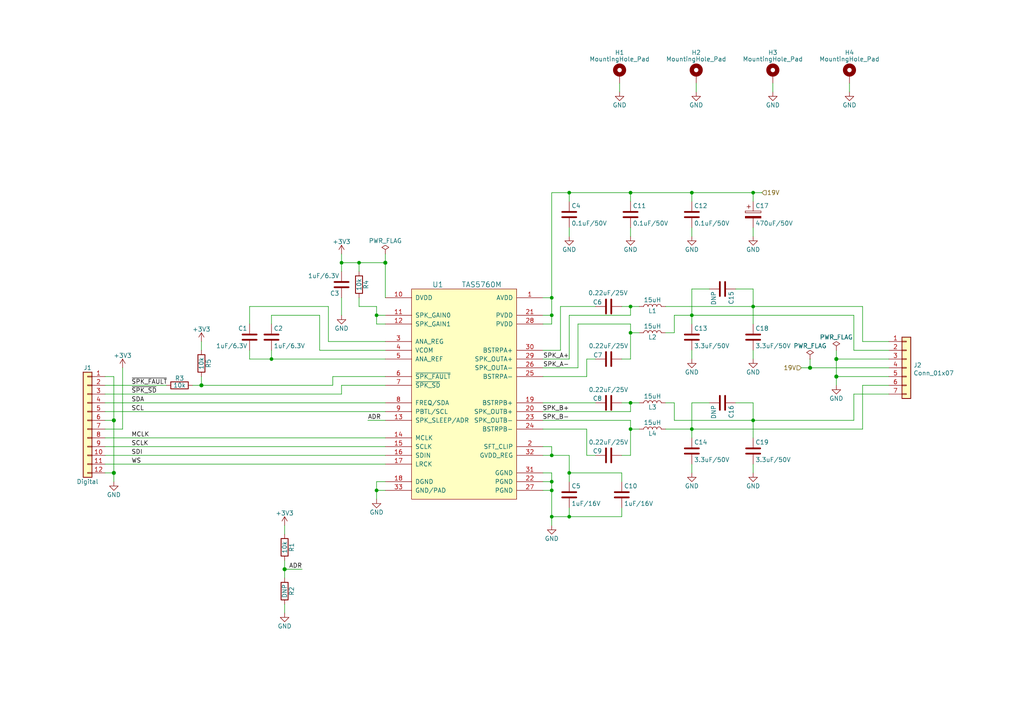
<source format=kicad_sch>
(kicad_sch (version 20210406) (generator eeschema)
  (paper "A4")
  (lib_symbols
    (symbol "Connector_Generic:Conn_01x07" (pin_names (offset 1.016) hide)
      (property "Reference" "J" (at 0 10.16 0))
      (property "Value" "Conn_01x07" (at 0 -10.16 0))
      (symbol "Conn_01x07_1_1"
        (rectangle (start -1.27 -7.493) (end 0 -7.747) (stroke (width 0.1524)))
        (rectangle (start -1.27 -4.953) (end 0 -5.207) (stroke (width 0.1524)))
        (rectangle (start -1.27 -2.413) (end 0 -2.667) (stroke (width 0.1524)))
        (rectangle (start -1.27 0.127) (end 0 -0.127) (stroke (width 0.1524)))
        (rectangle (start -1.27 2.667) (end 0 2.413) (stroke (width 0.1524)))
        (rectangle (start -1.27 5.207) (end 0 4.953) (stroke (width 0.1524)))
        (rectangle (start -1.27 7.747) (end 0 7.493) (stroke (width 0.1524)))
        (rectangle (start -1.27 8.89) (end 1.27 -8.89) (stroke (width 0.254)) (fill (type background)))
        (pin passive line (at -5.08 7.62 0) (length 3.81) (name "Pin_1") (number "1"))
        (pin passive line (at -5.08 5.08 0) (length 3.81) (name "Pin_2") (number "2"))
        (pin passive line (at -5.08 2.54 0) (length 3.81) (name "Pin_3") (number "3"))
        (pin passive line (at -5.08 0 0) (length 3.81) (name "Pin_4") (number "4"))
        (pin passive line (at -5.08 -2.54 0) (length 3.81) (name "Pin_5") (number "5"))
        (pin passive line (at -5.08 -5.08 0) (length 3.81) (name "Pin_6") (number "6"))
        (pin passive line (at -5.08 -7.62 0) (length 3.81) (name "Pin_7") (number "7"))
      )
    )
    (symbol "Connector_Generic:Conn_01x12" (pin_names (offset 1.016) hide)
      (property "Reference" "J" (at 0 15.24 0))
      (property "Value" "Conn_01x12" (at 0 -17.78 0))
      (symbol "Conn_01x12_1_1"
        (rectangle (start -1.27 -15.113) (end 0 -15.367) (stroke (width 0.1524)))
        (rectangle (start -1.27 -12.573) (end 0 -12.827) (stroke (width 0.1524)))
        (rectangle (start -1.27 -10.033) (end 0 -10.287) (stroke (width 0.1524)))
        (rectangle (start -1.27 -7.493) (end 0 -7.747) (stroke (width 0.1524)))
        (rectangle (start -1.27 -4.953) (end 0 -5.207) (stroke (width 0.1524)))
        (rectangle (start -1.27 -2.413) (end 0 -2.667) (stroke (width 0.1524)))
        (rectangle (start -1.27 0.127) (end 0 -0.127) (stroke (width 0.1524)))
        (rectangle (start -1.27 2.667) (end 0 2.413) (stroke (width 0.1524)))
        (rectangle (start -1.27 5.207) (end 0 4.953) (stroke (width 0.1524)))
        (rectangle (start -1.27 7.747) (end 0 7.493) (stroke (width 0.1524)))
        (rectangle (start -1.27 10.287) (end 0 10.033) (stroke (width 0.1524)))
        (rectangle (start -1.27 12.827) (end 0 12.573) (stroke (width 0.1524)))
        (rectangle (start -1.27 13.97) (end 1.27 -16.51) (stroke (width 0.254)) (fill (type background)))
        (pin passive line (at -5.08 12.7 0) (length 3.81) (name "Pin_1") (number "1"))
        (pin passive line (at -5.08 -10.16 0) (length 3.81) (name "Pin_10") (number "10"))
        (pin passive line (at -5.08 -12.7 0) (length 3.81) (name "Pin_11") (number "11"))
        (pin passive line (at -5.08 -15.24 0) (length 3.81) (name "Pin_12") (number "12"))
        (pin passive line (at -5.08 10.16 0) (length 3.81) (name "Pin_2") (number "2"))
        (pin passive line (at -5.08 7.62 0) (length 3.81) (name "Pin_3") (number "3"))
        (pin passive line (at -5.08 5.08 0) (length 3.81) (name "Pin_4") (number "4"))
        (pin passive line (at -5.08 2.54 0) (length 3.81) (name "Pin_5") (number "5"))
        (pin passive line (at -5.08 0 0) (length 3.81) (name "Pin_6") (number "6"))
        (pin passive line (at -5.08 -2.54 0) (length 3.81) (name "Pin_7") (number "7"))
        (pin passive line (at -5.08 -5.08 0) (length 3.81) (name "Pin_8") (number "8"))
        (pin passive line (at -5.08 -7.62 0) (length 3.81) (name "Pin_9") (number "9"))
      )
    )
    (symbol "Device:C" (pin_numbers hide) (pin_names (offset 0.254))
      (property "Reference" "C" (at 0.635 2.54 0))
      (property "Value" "C" (at 0.635 -2.54 0))
      (symbol "C_0_1"
        (polyline (pts (xy -2.032 -0.762) (xy 2.032 -0.762)) (stroke (width 0.508)))
        (polyline (pts (xy -2.032 0.762) (xy 2.032 0.762)) (stroke (width 0.508)))
      )
      (symbol "C_1_1"
        (pin passive line (at 0 3.81 270) (length 2.794) (name "~") (number "1"))
        (pin passive line (at 0 -3.81 90) (length 2.794) (name "~") (number "2"))
      )
    )
    (symbol "Device:C_Polarized" (pin_numbers hide) (pin_names (offset 0.254))
      (property "Reference" "C" (at 0.635 2.54 0))
      (property "Value" "C_Polarized" (at 0.635 -2.54 0))
      (symbol "C_Polarized_0_1"
        (rectangle (start -2.286 0.508) (end 2.286 1.016))
        (rectangle (start 2.286 -0.508) (end -2.286 -1.016) (fill (type outline)))
        (polyline (pts (xy -1.778 2.286) (xy -0.762 2.286)))
        (polyline (pts (xy -1.27 2.794) (xy -1.27 1.778)))
      )
      (symbol "C_Polarized_1_1"
        (pin passive line (at 0 3.81 270) (length 2.794) (name "~") (number "1"))
        (pin passive line (at 0 -3.81 90) (length 2.794) (name "~") (number "2"))
      )
    )
    (symbol "Device:L" (pin_numbers hide) (pin_names (offset 1.016) hide)
      (property "Reference" "L" (at -1.27 0 90))
      (property "Value" "L" (at 1.905 0 90))
      (symbol "L_0_1"
        (arc (start 0 -2.54) (end 0 -1.27) (radius (at 0 -1.905) (length 0.635) (angles -89.9 89.9)))
        (arc (start 0 -1.27) (end 0 0) (radius (at 0 -0.635) (length 0.635) (angles -89.9 89.9)))
        (arc (start 0 0) (end 0 1.27) (radius (at 0 0.635) (length 0.635) (angles -89.9 89.9)))
        (arc (start 0 1.27) (end 0 2.54) (radius (at 0 1.905) (length 0.635) (angles -89.9 89.9)))
      )
      (symbol "L_1_1"
        (pin passive line (at 0 3.81 270) (length 1.27) (name "1") (number "1"))
        (pin passive line (at 0 -3.81 90) (length 1.27) (name "2") (number "2"))
      )
    )
    (symbol "Device:R" (pin_numbers hide) (pin_names (offset 0))
      (property "Reference" "R" (at 2.032 0 90))
      (property "Value" "R" (at 0 0 90))
      (symbol "R_0_1"
        (rectangle (start -1.016 -2.54) (end 1.016 2.54) (stroke (width 0.254)))
      )
      (symbol "R_1_1"
        (pin passive line (at 0 3.81 270) (length 1.27) (name "~") (number "1"))
        (pin passive line (at 0 -3.81 90) (length 1.27) (name "~") (number "2"))
      )
    )
    (symbol "HackAmp-Symbols:TAS5760M" (pin_names (offset 1.016))
      (property "Reference" "U" (at -7.62 31.75 0))
      (property "Value" "TAS5760M" (at 5.08 31.75 0))
      (symbol "TAS5760M_1_1"
        (rectangle (start -15.24 -30.48) (end 15.24 30.48) (fill (type background)))
        (pin power_in line (at 22.86 27.94 180) (length 7.62) (name "AVDD") (number "1"))
        (pin power_in line (at -22.86 27.94 0) (length 7.62) (name "DVDD") (number "10"))
        (pin input line (at -22.86 22.86 0) (length 7.62) (name "SPK_GAIN0") (number "11"))
        (pin input line (at -22.86 20.32 0) (length 7.62) (name "SPK_GAIN1") (number "12"))
        (pin input line (at -22.86 -7.62 0) (length 7.62) (name "SPK_SLEEP/ADR") (number "13"))
        (pin input line (at -22.86 -12.7 0) (length 7.62) (name "MCLK") (number "14"))
        (pin input line (at -22.86 -15.24 0) (length 7.62) (name "SCLK") (number "15"))
        (pin input line (at -22.86 -17.78 0) (length 7.62) (name "SDIN") (number "16"))
        (pin input line (at -22.86 -20.32 0) (length 7.62) (name "LRCK") (number "17"))
        (pin power_in line (at -22.86 -25.4 0) (length 7.62) (name "DGND") (number "18"))
        (pin power_out line (at 22.86 -2.54 180) (length 7.62) (name "BSTRPB+") (number "19"))
        (pin input line (at 22.86 -15.24 180) (length 7.62) (name "SFT_CLIP") (number "2"))
        (pin output line (at 22.86 -5.08 180) (length 7.62) (name "SPK_OUTB+") (number "20"))
        (pin power_in line (at 22.86 22.86 180) (length 7.62) (name "PVDD") (number "21"))
        (pin power_in line (at 22.86 -25.4 180) (length 7.62) (name "PGND") (number "22"))
        (pin output line (at 22.86 -7.62 180) (length 7.62) (name "SPK_OUTB-") (number "23"))
        (pin power_out line (at 22.86 -10.16 180) (length 7.62) (name "BSTRPB-") (number "24"))
        (pin power_out line (at 22.86 5.08 180) (length 7.62) (name "BSTRPA-") (number "25"))
        (pin output line (at 22.86 7.62 180) (length 7.62) (name "SPK_OUTA-") (number "26"))
        (pin power_in line (at 22.86 -27.94 180) (length 7.62) (name "PGND") (number "27"))
        (pin power_in line (at 22.86 20.32 180) (length 7.62) (name "PVDD") (number "28"))
        (pin output line (at 22.86 10.16 180) (length 7.62) (name "SPK_OUTA+") (number "29"))
        (pin power_out line (at -22.86 15.24 0) (length 7.62) (name "ANA_REG") (number "3"))
        (pin power_out line (at 22.86 12.7 180) (length 7.62) (name "BSTRPA+") (number "30"))
        (pin power_in line (at 22.86 -22.86 180) (length 7.62) (name "GGND") (number "31"))
        (pin power_out line (at 22.86 -17.78 180) (length 7.62) (name "GVDD_REG") (number "32"))
        (pin power_in line (at -22.86 -27.94 0) (length 7.62) (name "GND/PAD") (number "33"))
        (pin power_out line (at -22.86 12.7 0) (length 7.62) (name "VCOM") (number "4"))
        (pin power_out line (at -22.86 10.16 0) (length 7.62) (name "ANA_REF") (number "5"))
        (pin output line (at -22.86 5.08 0) (length 7.62) (name "~SPK_FAULT") (number "6"))
        (pin output line (at -22.86 2.54 0) (length 7.62) (name "~SPK_SD") (number "7"))
        (pin input line (at -22.86 -2.54 0) (length 7.62) (name "FREQ/SDA") (number "8"))
        (pin input line (at -22.86 -5.08 0) (length 7.62) (name "PBTL/SCL") (number "9"))
      )
    )
    (symbol "Mechanical:MountingHole_Pad" (pin_numbers hide) (pin_names (offset 1.016) hide)
      (property "Reference" "H" (at 0 6.35 0))
      (property "Value" "MountingHole_Pad" (at 0 4.445 0))
      (symbol "MountingHole_Pad_0_1"
        (circle (center 0 1.27) (radius 1.27) (stroke (width 1.27)))
      )
      (symbol "MountingHole_Pad_1_1"
        (pin input line (at 0 -2.54 90) (length 2.54) (name "1") (number "1"))
      )
    )
    (symbol "power:+3V3" (power) (pin_names (offset 0))
      (property "Value" "+3V3" (at 0 3.556 0))
      (symbol "+3V3_0_1"
        (polyline (pts (xy -0.762 1.27) (xy 0 2.54)))
        (polyline (pts (xy 0 0) (xy 0 2.54)))
        (polyline (pts (xy 0 2.54) (xy 0.762 1.27)))
      )
      (symbol "+3V3_1_1"
        (pin power_in line (at 0 0 90) (length 0) hide (name "+3V3") (number "1"))
      )
    )
    (symbol "power:GND" (power) (pin_names (offset 0))
      (property "Value" "GND" (at 0 -3.81 0))
      (symbol "GND_0_1"
        (polyline (pts (xy 0 0) (xy 0 -1.27) (xy 1.27 -1.27) (xy 0 -2.54) (xy -1.27 -1.27) (xy 0 -1.27)))
      )
      (symbol "GND_1_1"
        (pin power_in line (at 0 0 270) (length 0) hide (name "GND") (number "1"))
      )
    )
    (symbol "power:PWR_FLAG" (power) (pin_numbers hide) (pin_names (offset 0) hide)
      (property "Value" "PWR_FLAG" (at 0 3.81 0))
      (symbol "PWR_FLAG_0_0"
        (pin power_out line (at 0 0 90) (length 0) (name "pwr") (number "1"))
      )
      (symbol "PWR_FLAG_0_1"
        (polyline (pts (xy 0 0) (xy 0 1.27) (xy -1.016 1.905) (xy 0 2.54) (xy 1.016 1.905) (xy 0 1.27)))
      )
    )
  )
  (junction (at 33.02 121.92) (diameter 1.016))
  (junction (at 33.02 137.16) (diameter 1.016))
  (junction (at 58.42 111.76) (diameter 1.016))
  (junction (at 78.74 104.14) (diameter 0.9144))
  (junction (at 82.55 165.1) (diameter 1.016))
  (junction (at 99.06 76.2) (diameter 0.9144))
  (junction (at 104.14 76.2) (diameter 0.9144))
  (junction (at 109.22 91.44) (diameter 0.9144))
  (junction (at 109.22 142.24) (diameter 0.9144))
  (junction (at 111.76 76.2) (diameter 1.016))
  (junction (at 160.02 86.36) (diameter 0.9144))
  (junction (at 160.02 91.44) (diameter 0.9144))
  (junction (at 160.02 132.08) (diameter 0.9144))
  (junction (at 160.02 139.7) (diameter 0.9144))
  (junction (at 160.02 142.24) (diameter 0.9144))
  (junction (at 160.02 149.86) (diameter 0.9144))
  (junction (at 165.1 55.88) (diameter 0.9144))
  (junction (at 165.1 137.16) (diameter 0.9144))
  (junction (at 165.1 149.86) (diameter 0.9144))
  (junction (at 182.88 55.88) (diameter 0.9144))
  (junction (at 182.88 88.9) (diameter 0.9144))
  (junction (at 182.88 96.52) (diameter 0.9144))
  (junction (at 182.88 116.84) (diameter 0.9144))
  (junction (at 182.88 124.46) (diameter 0.9144))
  (junction (at 200.66 55.88) (diameter 0.9144))
  (junction (at 200.66 91.44) (diameter 0.9144))
  (junction (at 200.66 124.46) (diameter 0.9144))
  (junction (at 218.44 55.88) (diameter 0.9144))
  (junction (at 218.44 88.9) (diameter 0.9144))
  (junction (at 218.44 121.92) (diameter 0.9144))
  (junction (at 234.95 106.68) (diameter 1.016))
  (junction (at 242.57 104.14) (diameter 1.016))
  (junction (at 242.57 109.22) (diameter 1.016))
  (wire (pts (xy 30.48 111.76) (xy 48.26 111.76)))
  (wire (pts (xy 30.48 114.3) (xy 99.06 114.3)))
  (wire (pts (xy 30.48 116.84) (xy 111.76 116.84)))
  (wire (pts (xy 30.48 119.38) (xy 111.76 119.38)))
  (wire (pts (xy 30.48 124.46) (xy 35.56 124.46)))
  (wire (pts (xy 30.48 127) (xy 111.76 127)))
  (wire (pts (xy 30.48 129.54) (xy 111.76 129.54)))
  (wire (pts (xy 30.48 132.08) (xy 111.76 132.08)))
  (wire (pts (xy 30.48 134.62) (xy 111.76 134.62)))
  (wire (pts (xy 33.02 109.22) (xy 30.48 109.22)))
  (wire (pts (xy 33.02 121.92) (xy 30.48 121.92)))
  (wire (pts (xy 33.02 121.92) (xy 33.02 109.22)))
  (wire (pts (xy 33.02 137.16) (xy 30.48 137.16)))
  (wire (pts (xy 33.02 137.16) (xy 33.02 121.92)))
  (wire (pts (xy 33.02 139.7) (xy 33.02 137.16)))
  (wire (pts (xy 35.56 124.46) (xy 35.56 106.68)))
  (wire (pts (xy 58.42 99.06) (xy 58.42 101.6)))
  (wire (pts (xy 58.42 109.22) (xy 58.42 111.76)))
  (wire (pts (xy 58.42 111.76) (xy 55.88 111.76)))
  (wire (pts (xy 72.39 88.9) (xy 72.39 93.98)))
  (wire (pts (xy 72.39 101.6) (xy 72.39 104.14)))
  (wire (pts (xy 72.39 104.14) (xy 78.74 104.14)))
  (wire (pts (xy 78.74 91.44) (xy 78.74 93.98)))
  (wire (pts (xy 78.74 91.44) (xy 92.71 91.44)))
  (wire (pts (xy 78.74 101.6) (xy 78.74 104.14)))
  (wire (pts (xy 78.74 104.14) (xy 111.76 104.14)))
  (wire (pts (xy 82.55 152.4) (xy 82.55 154.94)))
  (wire (pts (xy 82.55 162.56) (xy 82.55 165.1)))
  (wire (pts (xy 82.55 165.1) (xy 82.55 167.64)))
  (wire (pts (xy 82.55 175.26) (xy 82.55 177.8)))
  (wire (pts (xy 87.63 165.1) (xy 82.55 165.1)))
  (wire (pts (xy 92.71 91.44) (xy 92.71 101.6)))
  (wire (pts (xy 92.71 101.6) (xy 111.76 101.6)))
  (wire (pts (xy 95.25 88.9) (xy 72.39 88.9)))
  (wire (pts (xy 95.25 99.06) (xy 95.25 88.9)))
  (wire (pts (xy 96.52 109.22) (xy 96.52 111.76)))
  (wire (pts (xy 96.52 111.76) (xy 58.42 111.76)))
  (wire (pts (xy 99.06 73.66) (xy 99.06 76.2)))
  (wire (pts (xy 99.06 76.2) (xy 99.06 78.74)))
  (wire (pts (xy 99.06 76.2) (xy 104.14 76.2)))
  (wire (pts (xy 99.06 86.36) (xy 99.06 91.44)))
  (wire (pts (xy 99.06 111.76) (xy 99.06 114.3)))
  (wire (pts (xy 99.06 111.76) (xy 111.76 111.76)))
  (wire (pts (xy 104.14 76.2) (xy 104.14 78.74)))
  (wire (pts (xy 104.14 88.9) (xy 104.14 86.36)))
  (wire (pts (xy 106.68 121.92) (xy 111.76 121.92)))
  (wire (pts (xy 109.22 88.9) (xy 104.14 88.9)))
  (wire (pts (xy 109.22 88.9) (xy 109.22 91.44)))
  (wire (pts (xy 109.22 91.44) (xy 109.22 93.98)))
  (wire (pts (xy 109.22 93.98) (xy 111.76 93.98)))
  (wire (pts (xy 109.22 139.7) (xy 109.22 142.24)))
  (wire (pts (xy 109.22 142.24) (xy 109.22 144.78)))
  (wire (pts (xy 109.22 142.24) (xy 111.76 142.24)))
  (wire (pts (xy 111.76 73.66) (xy 111.76 76.2)))
  (wire (pts (xy 111.76 76.2) (xy 104.14 76.2)))
  (wire (pts (xy 111.76 86.36) (xy 111.76 76.2)))
  (wire (pts (xy 111.76 91.44) (xy 109.22 91.44)))
  (wire (pts (xy 111.76 99.06) (xy 95.25 99.06)))
  (wire (pts (xy 111.76 109.22) (xy 96.52 109.22)))
  (wire (pts (xy 111.76 139.7) (xy 109.22 139.7)))
  (wire (pts (xy 157.48 86.36) (xy 160.02 86.36)))
  (wire (pts (xy 157.48 91.44) (xy 160.02 91.44)))
  (wire (pts (xy 157.48 93.98) (xy 160.02 93.98)))
  (wire (pts (xy 157.48 106.68) (xy 167.64 106.68)))
  (wire (pts (xy 157.48 116.84) (xy 172.72 116.84)))
  (wire (pts (xy 157.48 121.92) (xy 182.88 121.92)))
  (wire (pts (xy 157.48 129.54) (xy 160.02 129.54)))
  (wire (pts (xy 157.48 132.08) (xy 160.02 132.08)))
  (wire (pts (xy 157.48 137.16) (xy 160.02 137.16)))
  (wire (pts (xy 157.48 139.7) (xy 160.02 139.7)))
  (wire (pts (xy 160.02 55.88) (xy 160.02 86.36)))
  (wire (pts (xy 160.02 55.88) (xy 165.1 55.88)))
  (wire (pts (xy 160.02 91.44) (xy 160.02 86.36)))
  (wire (pts (xy 160.02 93.98) (xy 160.02 91.44)))
  (wire (pts (xy 160.02 129.54) (xy 160.02 132.08)))
  (wire (pts (xy 160.02 137.16) (xy 160.02 139.7)))
  (wire (pts (xy 160.02 139.7) (xy 160.02 142.24)))
  (wire (pts (xy 160.02 142.24) (xy 157.48 142.24)))
  (wire (pts (xy 160.02 149.86) (xy 160.02 142.24)))
  (wire (pts (xy 160.02 149.86) (xy 160.02 152.4)))
  (wire (pts (xy 162.56 88.9) (xy 162.56 101.6)))
  (wire (pts (xy 162.56 101.6) (xy 157.48 101.6)))
  (wire (pts (xy 165.1 55.88) (xy 165.1 58.42)))
  (wire (pts (xy 165.1 66.04) (xy 165.1 68.58)))
  (wire (pts (xy 165.1 91.44) (xy 165.1 104.14)))
  (wire (pts (xy 165.1 104.14) (xy 157.48 104.14)))
  (wire (pts (xy 165.1 132.08) (xy 160.02 132.08)))
  (wire (pts (xy 165.1 137.16) (xy 165.1 132.08)))
  (wire (pts (xy 165.1 137.16) (xy 165.1 139.7)))
  (wire (pts (xy 165.1 137.16) (xy 180.34 137.16)))
  (wire (pts (xy 165.1 147.32) (xy 165.1 149.86)))
  (wire (pts (xy 165.1 149.86) (xy 160.02 149.86)))
  (wire (pts (xy 165.1 149.86) (xy 180.34 149.86)))
  (wire (pts (xy 167.64 93.98) (xy 182.88 93.98)))
  (wire (pts (xy 167.64 106.68) (xy 167.64 93.98)))
  (wire (pts (xy 170.18 104.14) (xy 170.18 109.22)))
  (wire (pts (xy 170.18 109.22) (xy 157.48 109.22)))
  (wire (pts (xy 170.18 124.46) (xy 157.48 124.46)))
  (wire (pts (xy 170.18 132.08) (xy 170.18 124.46)))
  (wire (pts (xy 172.72 88.9) (xy 162.56 88.9)))
  (wire (pts (xy 172.72 104.14) (xy 170.18 104.14)))
  (wire (pts (xy 172.72 132.08) (xy 170.18 132.08)))
  (wire (pts (xy 179.705 24.13) (xy 179.705 26.67)))
  (wire (pts (xy 180.34 88.9) (xy 182.88 88.9)))
  (wire (pts (xy 180.34 116.84) (xy 182.88 116.84)))
  (wire (pts (xy 180.34 137.16) (xy 180.34 139.7)))
  (wire (pts (xy 180.34 149.86) (xy 180.34 147.32)))
  (wire (pts (xy 182.88 55.88) (xy 165.1 55.88)))
  (wire (pts (xy 182.88 55.88) (xy 200.66 55.88)))
  (wire (pts (xy 182.88 58.42) (xy 182.88 55.88)))
  (wire (pts (xy 182.88 66.04) (xy 182.88 68.58)))
  (wire (pts (xy 182.88 88.9) (xy 182.88 91.44)))
  (wire (pts (xy 182.88 88.9) (xy 185.42 88.9)))
  (wire (pts (xy 182.88 91.44) (xy 165.1 91.44)))
  (wire (pts (xy 182.88 93.98) (xy 182.88 96.52)))
  (wire (pts (xy 182.88 96.52) (xy 182.88 104.14)))
  (wire (pts (xy 182.88 96.52) (xy 185.42 96.52)))
  (wire (pts (xy 182.88 104.14) (xy 180.34 104.14)))
  (wire (pts (xy 182.88 116.84) (xy 182.88 119.38)))
  (wire (pts (xy 182.88 116.84) (xy 185.42 116.84)))
  (wire (pts (xy 182.88 119.38) (xy 157.48 119.38)))
  (wire (pts (xy 182.88 121.92) (xy 182.88 124.46)))
  (wire (pts (xy 182.88 124.46) (xy 182.88 132.08)))
  (wire (pts (xy 182.88 124.46) (xy 185.42 124.46)))
  (wire (pts (xy 182.88 132.08) (xy 180.34 132.08)))
  (wire (pts (xy 193.04 88.9) (xy 218.44 88.9)))
  (wire (pts (xy 193.04 96.52) (xy 195.58 96.52)))
  (wire (pts (xy 193.04 124.46) (xy 200.66 124.46)))
  (wire (pts (xy 195.58 91.44) (xy 200.66 91.44)))
  (wire (pts (xy 195.58 96.52) (xy 195.58 91.44)))
  (wire (pts (xy 195.58 116.84) (xy 193.04 116.84)))
  (wire (pts (xy 195.58 121.92) (xy 195.58 116.84)))
  (wire (pts (xy 200.66 55.88) (xy 200.66 58.42)))
  (wire (pts (xy 200.66 55.88) (xy 218.44 55.88)))
  (wire (pts (xy 200.66 66.04) (xy 200.66 68.58)))
  (wire (pts (xy 200.66 83.82) (xy 205.74 83.82)))
  (wire (pts (xy 200.66 91.44) (xy 200.66 83.82)))
  (wire (pts (xy 200.66 91.44) (xy 200.66 93.98)))
  (wire (pts (xy 200.66 91.44) (xy 247.65 91.44)))
  (wire (pts (xy 200.66 101.6) (xy 200.66 104.14)))
  (wire (pts (xy 200.66 116.84) (xy 200.66 124.46)))
  (wire (pts (xy 200.66 124.46) (xy 200.66 127)))
  (wire (pts (xy 200.66 124.46) (xy 250.19 124.46)))
  (wire (pts (xy 200.66 134.62) (xy 200.66 137.16)))
  (wire (pts (xy 201.93 24.13) (xy 201.93 26.67)))
  (wire (pts (xy 205.74 116.84) (xy 200.66 116.84)))
  (wire (pts (xy 213.36 83.82) (xy 218.44 83.82)))
  (wire (pts (xy 213.36 116.84) (xy 218.44 116.84)))
  (wire (pts (xy 218.44 55.88) (xy 218.44 58.42)))
  (wire (pts (xy 218.44 55.88) (xy 220.98 55.88)))
  (wire (pts (xy 218.44 66.04) (xy 218.44 68.58)))
  (wire (pts (xy 218.44 83.82) (xy 218.44 88.9)))
  (wire (pts (xy 218.44 88.9) (xy 218.44 93.98)))
  (wire (pts (xy 218.44 88.9) (xy 250.19 88.9)))
  (wire (pts (xy 218.44 101.6) (xy 218.44 104.14)))
  (wire (pts (xy 218.44 116.84) (xy 218.44 121.92)))
  (wire (pts (xy 218.44 121.92) (xy 195.58 121.92)))
  (wire (pts (xy 218.44 121.92) (xy 218.44 127)))
  (wire (pts (xy 218.44 121.92) (xy 247.65 121.92)))
  (wire (pts (xy 218.44 134.62) (xy 218.44 137.16)))
  (wire (pts (xy 224.155 24.13) (xy 224.155 26.67)))
  (wire (pts (xy 232.41 106.68) (xy 234.95 106.68)))
  (wire (pts (xy 234.95 104.14) (xy 234.95 106.68)))
  (wire (pts (xy 234.95 106.68) (xy 257.81 106.68)))
  (wire (pts (xy 242.57 101.6) (xy 242.57 104.14)))
  (wire (pts (xy 242.57 104.14) (xy 257.81 104.14)))
  (wire (pts (xy 242.57 109.22) (xy 242.57 104.14)))
  (wire (pts (xy 242.57 109.22) (xy 257.81 109.22)))
  (wire (pts (xy 242.57 111.76) (xy 242.57 109.22)))
  (wire (pts (xy 246.38 24.13) (xy 246.38 26.67)))
  (wire (pts (xy 247.65 101.6) (xy 247.65 91.44)))
  (wire (pts (xy 247.65 114.3) (xy 247.65 121.92)))
  (wire (pts (xy 250.19 88.9) (xy 250.19 99.06)))
  (wire (pts (xy 250.19 99.06) (xy 257.81 99.06)))
  (wire (pts (xy 250.19 111.76) (xy 250.19 124.46)))
  (wire (pts (xy 250.19 111.76) (xy 257.81 111.76)))
  (wire (pts (xy 257.81 101.6) (xy 247.65 101.6)))
  (wire (pts (xy 257.81 114.3) (xy 247.65 114.3)))
  (label "~SPK_FAULT" (at 38.1 111.76 0))
  (label "~SPK_SD" (at 38.1 114.3 0))
  (label "SDA" (at 38.1 116.84 0))
  (label "SCL" (at 38.1 119.38 0))
  (label "MCLK" (at 38.1 127 0))
  (label "SCLK" (at 38.1 129.54 0))
  (label "SDI" (at 38.1 132.08 0))
  (label "WS" (at 38.1 134.62 0))
  (label "ADR" (at 87.63 165.1 180))
  (label "ADR" (at 106.68 121.92 0))
  (label "SPK_A+" (at 165.1 104.14 180))
  (label "SPK_A-" (at 165.1 106.68 180))
  (label "SPK_B+" (at 165.1 119.38 180))
  (label "SPK_B-" (at 165.1 121.92 180))
  (hierarchical_label "19V" (shape input) (at 220.98 55.88 0))
  (hierarchical_label "19V" (shape input) (at 232.41 106.68 180))
  (symbol (lib_id "power:+3V3") (at 35.56 106.68 0) (unit 1)
    (property "Reference" "#PWR0115" (effects hide))
    (property "Value" "+3V3" (at 35.56 103.124 0))
  )
  (symbol (lib_id "power:+3V3") (at 58.42 99.06 0) (unit 1)
    (property "Reference" "#PWR0122" (effects hide))
    (property "Value" "+3V3" (at 58.42 95.504 0))
  )
  (symbol (lib_id "power:+3V3") (at 82.55 152.4 0) (unit 1)
    (property "Reference" "#PWR0120" (effects hide))
    (property "Value" "+3V3" (at 82.55 148.844 0))
  )
  (symbol (lib_id "power:+3V3") (at 99.06 73.66 0) (unit 1)
    (property "Reference" "#PWR0117" (effects hide))
    (property "Value" "+3V3" (at 99.06 70.104 0))
  )
  (symbol (lib_id "power:PWR_FLAG") (at 111.76 73.66 0) (unit 1)
    (property "Reference" "#FLG0103" (effects hide))
    (property "Value" "PWR_FLAG" (at 111.76 69.85 0))
  )
  (symbol (lib_id "power:PWR_FLAG") (at 234.95 104.14 0) (unit 1)
    (property "Reference" "#FLG0102" (effects hide))
    (property "Value" "PWR_FLAG" (at 234.95 100.33 0))
  )
  (symbol (lib_id "power:PWR_FLAG") (at 242.57 101.6 0) (unit 1)
    (property "Reference" "#FLG0101" (effects hide))
    (property "Value" "PWR_FLAG" (at 242.57 97.79 0))
  )
  (symbol (lib_id "power:GND") (at 33.02 139.7 0) (unit 1)
    (property "Reference" "#PWR0119" (effects hide))
    (property "Value" "GND" (at 33.02 143.51 0))
  )
  (symbol (lib_id "power:GND") (at 82.55 177.8 0) (unit 1)
    (property "Reference" "#PWR0121" (effects hide))
    (property "Value" "GND" (at 82.55 181.61 0))
  )
  (symbol (lib_id "power:GND") (at 99.06 91.44 0) (unit 1)
    (property "Reference" "#PWR0116" (effects hide))
    (property "Value" "GND" (at 99.06 95.25 0))
  )
  (symbol (lib_id "power:GND") (at 109.22 144.78 0) (unit 1)
    (property "Reference" "#PWR0118" (effects hide))
    (property "Value" "GND" (at 109.22 148.59 0))
  )
  (symbol (lib_id "power:GND") (at 160.02 152.4 0) (unit 1)
    (property "Reference" "#PWR0101" (effects hide))
    (property "Value" "GND" (at 160.02 156.21 0))
  )
  (symbol (lib_id "power:GND") (at 165.1 68.58 0) (unit 1)
    (property "Reference" "#PWR0103" (effects hide))
    (property "Value" "GND" (at 165.1 72.39 0))
  )
  (symbol (lib_id "power:GND") (at 179.705 26.67 0) (unit 1)
    (property "Reference" "#PWR0104" (effects hide))
    (property "Value" "GND" (at 179.705 30.48 0))
  )
  (symbol (lib_id "power:GND") (at 182.88 68.58 0) (unit 1)
    (property "Reference" "#PWR0102" (effects hide))
    (property "Value" "GND" (at 182.88 72.39 0))
  )
  (symbol (lib_id "power:GND") (at 200.66 68.58 0) (unit 1)
    (property "Reference" "#PWR0111" (effects hide))
    (property "Value" "GND" (at 200.66 72.39 0))
  )
  (symbol (lib_id "power:GND") (at 200.66 104.14 0) (unit 1)
    (property "Reference" "#PWR0110" (effects hide))
    (property "Value" "GND" (at 200.66 107.95 0))
  )
  (symbol (lib_id "power:GND") (at 200.66 137.16 0) (unit 1)
    (property "Reference" "#PWR0113" (effects hide))
    (property "Value" "GND" (at 200.66 140.97 0))
  )
  (symbol (lib_id "power:GND") (at 201.93 26.67 0) (unit 1)
    (property "Reference" "#PWR0105" (effects hide))
    (property "Value" "GND" (at 201.93 30.48 0))
  )
  (symbol (lib_id "power:GND") (at 218.44 68.58 0) (unit 1)
    (property "Reference" "#PWR0114" (effects hide))
    (property "Value" "GND" (at 218.44 72.39 0))
  )
  (symbol (lib_id "power:GND") (at 218.44 104.14 0) (unit 1)
    (property "Reference" "#PWR0109" (effects hide))
    (property "Value" "GND" (at 218.44 107.95 0))
  )
  (symbol (lib_id "power:GND") (at 218.44 137.16 0) (unit 1)
    (property "Reference" "#PWR0112" (effects hide))
    (property "Value" "GND" (at 218.44 140.97 0))
  )
  (symbol (lib_id "power:GND") (at 224.155 26.67 0) (unit 1)
    (property "Reference" "#PWR0106" (effects hide))
    (property "Value" "GND" (at 224.155 30.48 0))
  )
  (symbol (lib_id "power:GND") (at 242.57 111.76 0) (unit 1)
    (property "Reference" "#PWR0108" (effects hide))
    (property "Value" "GND" (at 242.57 115.57 0))
  )
  (symbol (lib_id "power:GND") (at 246.38 26.67 0) (unit 1)
    (property "Reference" "#PWR0107" (effects hide))
    (property "Value" "GND" (at 246.38 30.48 0))
  )
  (symbol (lib_id "Device:L") (at 189.23 88.9 90) (unit 1)
    (property "Reference" "L1" (at 189.23 90.17 90))
    (property "Value" "15uH" (at 189.23 86.995 90))
    (property "Footprint" "HackAmp-Footprints:L_Bourns_SRR1208" (effects hide))
    (property "Part Name" "Bourns SRR1208-150ML" (effects hide))
    (property "Mouser" "652-SRR1208-150ML" (effects hide))
  )
  (symbol (lib_id "Device:L") (at 189.23 96.52 90) (unit 1)
    (property "Reference" "L2" (at 189.23 97.79 90))
    (property "Value" "15uH" (at 189.23 94.615 90))
    (property "Footprint" "HackAmp-Footprints:L_Bourns_SRR1208" (effects hide))
    (property "Part Name" "Bourns SRR1208-150ML" (effects hide))
    (property "Mouser" "652-SRR1208-150ML" (effects hide))
  )
  (symbol (lib_id "Device:L") (at 189.23 116.84 90) (unit 1)
    (property "Reference" "L3" (at 189.23 118.11 90))
    (property "Value" "15uH" (at 189.23 114.935 90))
    (property "Footprint" "HackAmp-Footprints:L_Bourns_SRR1208" (effects hide))
    (property "Part Name" "Bourns SRR1208-150ML" (effects hide))
    (property "Mouser" "652-SRR1208-150ML" (effects hide))
  )
  (symbol (lib_id "Device:L") (at 189.23 124.46 90) (unit 1)
    (property "Reference" "L4" (at 189.23 125.73 90))
    (property "Value" "15uH" (at 189.23 122.555 90))
    (property "Footprint" "HackAmp-Footprints:L_Bourns_SRR1208" (effects hide))
    (property "Part Name" "Bourns SRR1208-150ML" (effects hide))
    (property "Mouser" "652-SRR1208-150ML" (effects hide))
  )
  (symbol (lib_id "Device:R") (at 52.07 111.76 270) (mirror x) (unit 1)
    (property "Reference" "R3" (at 52.07 109.728 90))
    (property "Value" "10k" (at 52.07 111.76 90))
    (property "Footprint" "Resistor_SMD:R_0603_1608Metric" (effects hide))
    (property "Mouser" "652-CR0603FX-1002ELF" (effects hide))
    (property "Part Name" "Bourns CR0603-FX-1002ELF" (effects hide))
  )
  (symbol (lib_id "Device:R") (at 58.42 105.41 0) (unit 1)
    (property "Reference" "R5" (at 60.452 105.41 90))
    (property "Value" "10k" (at 58.42 105.41 90))
    (property "Footprint" "Resistor_SMD:R_0603_1608Metric" (effects hide))
  )
  (symbol (lib_id "Device:R") (at 82.55 158.75 0) (unit 1)
    (property "Reference" "R1" (at 84.582 158.75 90))
    (property "Value" "10k" (at 82.55 158.75 90))
    (property "Footprint" "Resistor_SMD:R_0603_1608Metric" (effects hide))
  )
  (symbol (lib_id "Device:R") (at 82.55 171.45 0) (unit 1)
    (property "Reference" "R2" (at 84.582 171.45 90))
    (property "Value" "DNP" (at 82.55 171.45 90))
    (property "Footprint" "Resistor_SMD:R_0603_1608Metric" (effects hide))
  )
  (symbol (lib_id "Device:R") (at 104.14 82.55 0) (unit 1)
    (property "Reference" "R4" (at 106.172 82.55 90))
    (property "Value" "10k" (at 104.14 82.55 90))
    (property "Footprint" "Resistor_SMD:R_0603_1608Metric" (effects hide))
    (property "Mouser" "652-CR0603FX-1002ELF" (effects hide))
    (property "Part Name" "Bourns CR0603-FX-1002ELF" (effects hide))
  )
  (symbol (lib_id "Mechanical:MountingHole_Pad") (at 179.705 21.59 0) (unit 1) (in_bom no)
    (property "Reference" "H1" (at 179.705 15.24 0))
    (property "Value" "MountingHole_Pad" (at 179.705 17.145 0))
    (property "Footprint" "MountingHole:MountingHole_3.2mm_M3_ISO7380_Pad" (effects hide))
  )
  (symbol (lib_id "Mechanical:MountingHole_Pad") (at 201.93 21.59 0) (unit 1) (in_bom no)
    (property "Reference" "H2" (at 201.93 15.24 0))
    (property "Value" "MountingHole_Pad" (at 201.93 17.145 0))
    (property "Footprint" "MountingHole:MountingHole_3.2mm_M3_ISO7380_Pad" (effects hide))
  )
  (symbol (lib_id "Mechanical:MountingHole_Pad") (at 224.155 21.59 0) (unit 1) (in_bom no)
    (property "Reference" "H3" (at 224.155 15.24 0))
    (property "Value" "MountingHole_Pad" (at 224.155 17.145 0))
    (property "Footprint" "MountingHole:MountingHole_3.2mm_M3_ISO7380_Pad" (effects hide))
  )
  (symbol (lib_id "Mechanical:MountingHole_Pad") (at 246.38 21.59 0) (unit 1) (in_bom no)
    (property "Reference" "H4" (at 246.38 15.24 0))
    (property "Value" "MountingHole_Pad" (at 246.38 17.145 0))
    (property "Footprint" "MountingHole:MountingHole_3.2mm_M3_ISO7380_Pad" (effects hide))
  )
  (symbol (lib_id "Device:C") (at 72.39 97.79 0) (mirror y) (unit 1)
    (property "Reference" "C1" (at 71.755 95.25 0) (effects (justify left)))
    (property "Value" "1uF/6.3V" (at 71.755 100.33 0) (effects (justify left)))
    (property "Footprint" "Capacitor_SMD:C_0603_1608Metric" (effects hide))
    (property "Mouser" "963-EMK107BJ105KA-T" (effects hide))
    (property "Part Name" "Yaiyo Yuden EMK107BJ105KA-T" (effects hide))
  )
  (symbol (lib_id "Device:C") (at 78.74 97.79 0) (unit 1)
    (property "Reference" "C2" (at 79.375 95.25 0) (effects (justify left)))
    (property "Value" "1uF/6.3V" (at 79.375 100.33 0) (effects (justify left)))
    (property "Footprint" "Capacitor_SMD:C_0603_1608Metric" (effects hide))
    (property "Mouser" "963-EMK107BJ105KA-T" (effects hide))
    (property "Part Name" "Yaiyo Yuden EMK107BJ105KA-T" (effects hide))
  )
  (symbol (lib_id "Device:C") (at 99.06 82.55 180) (unit 1)
    (property "Reference" "C3" (at 98.425 85.09 0) (effects (justify left)))
    (property "Value" "1uF/6.3V" (at 98.425 80.01 0) (effects (justify left)))
    (property "Footprint" "Capacitor_SMD:C_0603_1608Metric" (effects hide))
    (property "Mouser" "963-EMK107BJ105KA-T" (effects hide))
    (property "Part Name" "Yaiyo Yuden EMK107BJ105KA-T" (effects hide))
  )
  (symbol (lib_id "Device:C") (at 165.1 62.23 0) (unit 1)
    (property "Reference" "C4" (at 165.735 59.69 0) (effects (justify left)))
    (property "Value" "0.1uF/50V" (at 165.735 64.77 0) (effects (justify left)))
    (property "Footprint" "Capacitor_SMD:C_0603_1608Metric" (effects hide))
    (property "Mouser" "581-06035G104Z" (effects hide))
    (property "Part Name" "AVX 06035G104ZAT2A" (effects hide))
  )
  (symbol (lib_id "Device:C") (at 165.1 143.51 0) (unit 1)
    (property "Reference" "C5" (at 165.735 140.97 0) (effects (justify left)))
    (property "Value" "1uF/16V" (at 165.735 146.05 0) (effects (justify left)))
    (property "Footprint" "Capacitor_SMD:C_0603_1608Metric" (effects hide))
    (property "Mouser" "963-EMK107BJ105KA-T" (effects hide))
    (property "Part Name" "Yaiyo Yuden EMK107BJ105KA-T" (effects hide))
  )
  (symbol (lib_id "Device:C") (at 176.53 88.9 90) (unit 1)
    (property "Reference" "C6" (at 174.625 87.63 90) (effects (justify left)))
    (property "Value" "0.22uF/25V" (at 182.118 84.963 90) (effects (justify left)))
    (property "Footprint" "Capacitor_SMD:C_0805_2012Metric" (effects hide))
    (property "Mouser" "187-CL21B224KBFNNNG" (effects hide))
    (property "Part Name" "Samsung CL21B224KBFNNNG" (effects hide))
  )
  (symbol (lib_id "Device:C") (at 176.53 104.14 90) (unit 1)
    (property "Reference" "C7" (at 174.752 102.997 90) (effects (justify left)))
    (property "Value" "0.22uF/25V" (at 182.245 100.33 90) (effects (justify left)))
    (property "Footprint" "Capacitor_SMD:C_0805_2012Metric" (effects hide))
    (property "Mouser" "187-CL21B224KBFNNNG" (effects hide))
    (property "Part Name" "Samsung CL21B224KBFNNNG" (effects hide))
  )
  (symbol (lib_id "Device:C") (at 176.53 116.84 90) (unit 1)
    (property "Reference" "C8" (at 174.625 115.57 90) (effects (justify left)))
    (property "Value" "0.22uF/25V" (at 182.245 113.03 90) (effects (justify left)))
    (property "Footprint" "Capacitor_SMD:C_0805_2012Metric" (effects hide))
    (property "Mouser" "187-CL21B224KBFNNNG" (effects hide))
    (property "Part Name" "Samsung CL21B224KBFNNNG" (effects hide))
  )
  (symbol (lib_id "Device:C") (at 176.53 132.08 90) (unit 1)
    (property "Reference" "C9" (at 174.625 130.81 90) (effects (justify left)))
    (property "Value" "0.22uF/25V" (at 182.245 128.27 90) (effects (justify left)))
    (property "Footprint" "Capacitor_SMD:C_0805_2012Metric" (effects hide))
    (property "Mouser" "187-CL21B224KBFNNNG" (effects hide))
    (property "Part Name" "Samsung CL21B224KBFNNNG" (effects hide))
  )
  (symbol (lib_id "Device:C") (at 180.34 143.51 0) (unit 1)
    (property "Reference" "C10" (at 180.975 140.97 0) (effects (justify left)))
    (property "Value" "1uF/16V" (at 180.975 146.05 0) (effects (justify left)))
    (property "Footprint" "Capacitor_SMD:C_0603_1608Metric" (effects hide))
    (property "Mouser" "963-EMK107BJ105KA-T" (effects hide))
    (property "Part Name" "Yaiyo Yuden EMK107BJ105KA-T" (effects hide))
  )
  (symbol (lib_id "Device:C") (at 182.88 62.23 0) (unit 1)
    (property "Reference" "C11" (at 183.515 59.69 0) (effects (justify left)))
    (property "Value" "0.1uF/50V" (at 183.515 64.77 0) (effects (justify left)))
    (property "Footprint" "Capacitor_SMD:C_0603_1608Metric" (effects hide))
    (property "Mouser" "581-06035G104Z" (effects hide))
    (property "Part Name" "AVX 06035G104ZAT2A" (effects hide))
  )
  (symbol (lib_id "Device:C") (at 200.66 62.23 0) (unit 1)
    (property "Reference" "C12" (at 201.295 59.69 0) (effects (justify left)))
    (property "Value" "0.1uF/50V" (at 201.295 64.77 0) (effects (justify left)))
    (property "Footprint" "Capacitor_SMD:C_0603_1608Metric" (effects hide))
    (property "Mouser" "581-06035G104Z" (effects hide))
    (property "Part Name" "AVX 06035G104ZAT2A" (effects hide))
  )
  (symbol (lib_id "Device:C") (at 200.66 97.79 0) (unit 1)
    (property "Reference" "C13" (at 201.295 95.25 0) (effects (justify left)))
    (property "Value" "3.3uF/50V" (at 201.295 100.33 0) (effects (justify left)))
    (property "Footprint" "Capacitor_SMD:C_0805_2012Metric" (effects hide))
    (property "Part Name" "TDK C2012X5R1H335K125AB" (effects hide))
    (property "Mouser" "810-C2012X5R1H335K" (effects hide))
  )
  (symbol (lib_id "Device:C") (at 200.66 130.81 0) (unit 1)
    (property "Reference" "C14" (at 201.295 128.27 0) (effects (justify left)))
    (property "Value" "3.3uF/50V" (at 201.295 133.35 0) (effects (justify left)))
    (property "Footprint" "Capacitor_SMD:C_0805_2012Metric" (effects hide))
    (property "Part Name" "TDK C2012X5R1H335K125AB" (effects hide))
    (property "Mouser" "810-C2012X5R1H335K" (effects hide))
  )
  (symbol (lib_id "Device:C") (at 209.55 83.82 270) (unit 1)
    (property "Reference" "C15" (at 212.09 84.455 0) (effects (justify left)))
    (property "Value" "DNP" (at 207.01 84.455 0) (effects (justify left)))
    (property "Footprint" "Capacitor_THT:C_Rect_L10.3mm_W4.5mm_P7.50mm_MKS4" (effects hide))
  )
  (symbol (lib_id "Device:C") (at 209.55 116.84 270) (unit 1)
    (property "Reference" "C16" (at 212.09 117.475 0) (effects (justify left)))
    (property "Value" "DNP" (at 207.01 117.475 0) (effects (justify left)))
    (property "Footprint" "Capacitor_THT:C_Rect_L10.3mm_W4.5mm_P7.50mm_MKS4" (effects hide))
  )
  (symbol (lib_id "Device:C_Polarized") (at 218.44 62.23 0) (unit 1)
    (property "Reference" "C17" (at 219.075 59.69 0) (effects (justify left)))
    (property "Value" "470uF/50V" (at 219.075 64.77 0) (effects (justify left)))
    (property "Footprint" "HackAmp-Footprints:CP_Elec_16x17.5_Nichicon" (effects hide))
    (property "Part Name" "Nichicon UCD1J471MNQ1MS" (effects hide))
    (property "Mouser" "647-UCD1J471MNQ1MS" (effects hide))
  )
  (symbol (lib_id "Device:C") (at 218.44 97.79 0) (unit 1)
    (property "Reference" "C18" (at 219.075 95.25 0) (effects (justify left)))
    (property "Value" "3.3uF/50V" (at 219.075 100.33 0) (effects (justify left)))
    (property "Footprint" "Capacitor_SMD:C_0805_2012Metric" (effects hide))
    (property "Part Name" "TDK C2012X5R1H335K125AB" (effects hide))
    (property "Mouser" "810-C2012X5R1H335K" (effects hide))
  )
  (symbol (lib_id "Device:C") (at 218.44 130.81 0) (unit 1)
    (property "Reference" "C19" (at 219.075 128.27 0) (effects (justify left)))
    (property "Value" "3.3uF/50V" (at 219.075 133.35 0) (effects (justify left)))
    (property "Footprint" "Capacitor_SMD:C_0805_2012Metric" (effects hide))
    (property "Part Name" "TDK C2012X5R1H335K125AB" (effects hide))
    (property "Mouser" "810-C2012X5R1H335K" (effects hide))
  )
  (symbol (lib_id "Connector_Generic:Conn_01x07") (at 262.89 106.68 0) (unit 1)
    (property "Reference" "J2" (at 264.9221 105.9191 0) (effects (justify left)))
    (property "Value" "Conn_01x07" (at 264.9221 108.2178 0) (effects (justify left)))
    (property "Footprint" "Connector_PinHeader_2.54mm:PinHeader_1x07_P2.54mm_Vertical" (effects hide))
  )
  (symbol (lib_id "Connector_Generic:Conn_01x12") (at 25.4 121.92 0) (mirror y) (unit 1)
    (property "Reference" "J1" (at 25.4 106.68 0))
    (property "Value" "Digital" (at 25.4 139.7 0))
    (property "Footprint" "Connector_PinHeader_2.54mm:PinHeader_1x12_P2.54mm_Vertical" (effects hide))
  )
  (symbol (lib_id "HackAmp-Symbols:TAS5760M") (at 134.62 114.3 0) (unit 1)
    (property "Reference" "U1" (at 127 82.55 0) (effects (font (size 1.524 1.524))))
    (property "Value" "TAS5760M" (at 139.7 82.55 0) (effects (font (size 1.524 1.524))))
    (property "Footprint" "HackAmp-Footprints:TexasInstruments_DAP32" (effects hide))
    (property "Datasheet" "https://www.ti.com/lit/ds/symlink/tas5760m.pdf" (effects hide))
    (property "Mouser" "595-TAS5760MDAP" (effects hide))
    (property "Part Name" "Texas Instruments TAS5760MDAP" (effects hide))
  )
)
</source>
